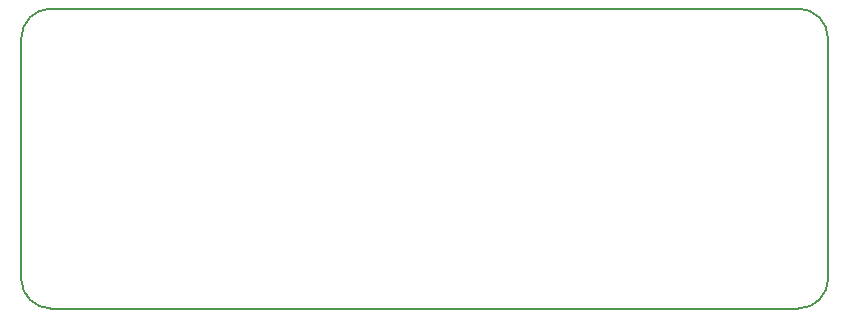
<source format=gm1>
G04 #@! TF.FileFunction,Profile,NP*
%FSLAX46Y46*%
G04 Gerber Fmt 4.6, Leading zero omitted, Abs format (unit mm)*
G04 Created by KiCad (PCBNEW 4.0.7+dfsg1-1) date Sun Jan 28 21:58:49 2018*
%MOMM*%
%LPD*%
G01*
G04 APERTURE LIST*
%ADD10C,0.100000*%
%ADD11C,0.150000*%
G04 APERTURE END LIST*
D10*
D11*
X116878100Y-117703600D02*
X180124100Y-117703600D01*
X182664100Y-115163600D02*
G75*
G02X180124100Y-117703600I-2540000J0D01*
G01*
X182664100Y-115163600D02*
X182664100Y-94843600D01*
X180124100Y-92303600D02*
G75*
G02X182664100Y-94843600I0J-2540000D01*
G01*
X180124100Y-92303600D02*
X116878100Y-92303600D01*
X114338100Y-94843600D02*
G75*
G02X116878100Y-92303600I2540000J0D01*
G01*
X114338100Y-94843600D02*
X114338100Y-115163600D01*
X116878100Y-117703600D02*
G75*
G02X114338100Y-115163600I0J2540000D01*
G01*
M02*

</source>
